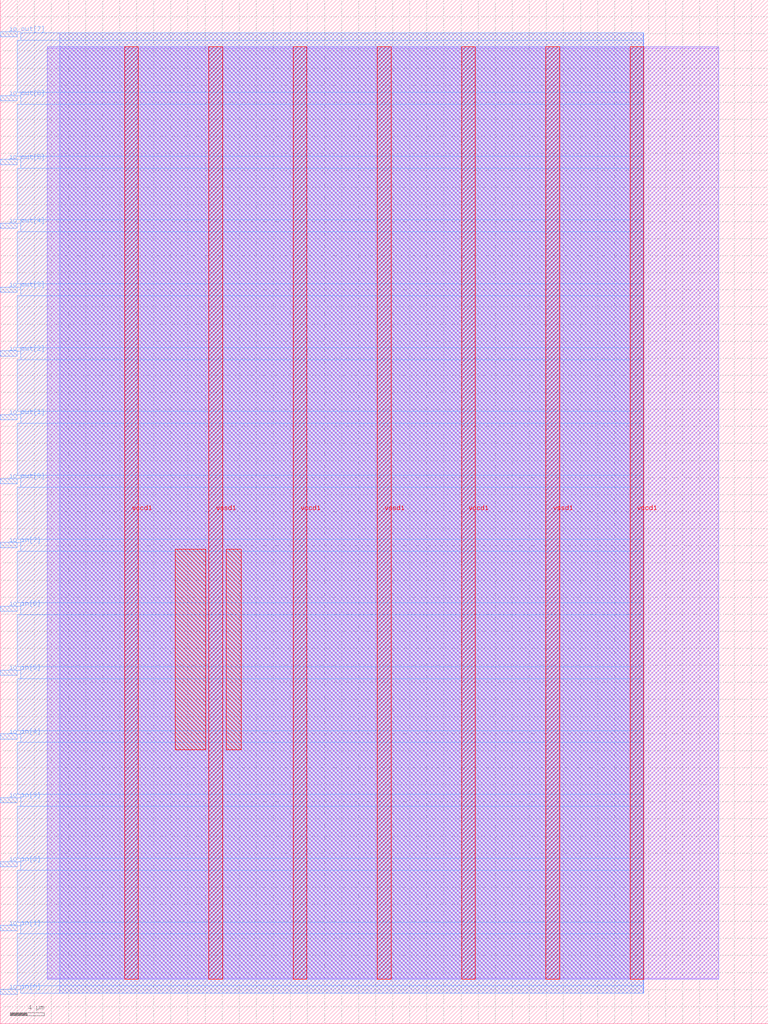
<source format=lef>
VERSION 5.7 ;
  NOWIREEXTENSIONATPIN ON ;
  DIVIDERCHAR "/" ;
  BUSBITCHARS "[]" ;
MACRO jar_illegal_logic
  CLASS BLOCK ;
  FOREIGN jar_illegal_logic ;
  ORIGIN 0.000 0.000 ;
  SIZE 90.000 BY 120.000 ;
  PIN io_in[0]
    DIRECTION INPUT ;
    USE SIGNAL ;
    PORT
      LAYER met3 ;
        RECT 0.000 3.440 2.000 4.040 ;
    END
  END io_in[0]
  PIN io_in[1]
    DIRECTION INPUT ;
    USE SIGNAL ;
    PORT
      LAYER met3 ;
        RECT 0.000 10.920 2.000 11.520 ;
    END
  END io_in[1]
  PIN io_in[2]
    DIRECTION INPUT ;
    USE SIGNAL ;
    PORT
      LAYER met3 ;
        RECT 0.000 18.400 2.000 19.000 ;
    END
  END io_in[2]
  PIN io_in[3]
    DIRECTION INPUT ;
    USE SIGNAL ;
    PORT
      LAYER met3 ;
        RECT 0.000 25.880 2.000 26.480 ;
    END
  END io_in[3]
  PIN io_in[4]
    DIRECTION INPUT ;
    USE SIGNAL ;
    PORT
      LAYER met3 ;
        RECT 0.000 33.360 2.000 33.960 ;
    END
  END io_in[4]
  PIN io_in[5]
    DIRECTION INPUT ;
    USE SIGNAL ;
    PORT
      LAYER met3 ;
        RECT 0.000 40.840 2.000 41.440 ;
    END
  END io_in[5]
  PIN io_in[6]
    DIRECTION INPUT ;
    USE SIGNAL ;
    PORT
      LAYER met3 ;
        RECT 0.000 48.320 2.000 48.920 ;
    END
  END io_in[6]
  PIN io_in[7]
    DIRECTION INPUT ;
    USE SIGNAL ;
    PORT
      LAYER met3 ;
        RECT 0.000 55.800 2.000 56.400 ;
    END
  END io_in[7]
  PIN io_out[0]
    DIRECTION OUTPUT TRISTATE ;
    USE SIGNAL ;
    PORT
      LAYER met3 ;
        RECT 0.000 63.280 2.000 63.880 ;
    END
  END io_out[0]
  PIN io_out[1]
    DIRECTION OUTPUT TRISTATE ;
    USE SIGNAL ;
    PORT
      LAYER met3 ;
        RECT 0.000 70.760 2.000 71.360 ;
    END
  END io_out[1]
  PIN io_out[2]
    DIRECTION OUTPUT TRISTATE ;
    USE SIGNAL ;
    PORT
      LAYER met3 ;
        RECT 0.000 78.240 2.000 78.840 ;
    END
  END io_out[2]
  PIN io_out[3]
    DIRECTION OUTPUT TRISTATE ;
    USE SIGNAL ;
    PORT
      LAYER met3 ;
        RECT 0.000 85.720 2.000 86.320 ;
    END
  END io_out[3]
  PIN io_out[4]
    DIRECTION OUTPUT TRISTATE ;
    USE SIGNAL ;
    PORT
      LAYER met3 ;
        RECT 0.000 93.200 2.000 93.800 ;
    END
  END io_out[4]
  PIN io_out[5]
    DIRECTION OUTPUT TRISTATE ;
    USE SIGNAL ;
    PORT
      LAYER met3 ;
        RECT 0.000 100.680 2.000 101.280 ;
    END
  END io_out[5]
  PIN io_out[6]
    DIRECTION OUTPUT TRISTATE ;
    USE SIGNAL ;
    PORT
      LAYER met3 ;
        RECT 0.000 108.160 2.000 108.760 ;
    END
  END io_out[6]
  PIN io_out[7]
    DIRECTION OUTPUT TRISTATE ;
    USE SIGNAL ;
    PORT
      LAYER met3 ;
        RECT 0.000 115.640 2.000 116.240 ;
    END
  END io_out[7]
  PIN vccd1
    DIRECTION INOUT ;
    USE POWER ;
    PORT
      LAYER met4 ;
        RECT 14.590 5.200 16.190 114.480 ;
    END
    PORT
      LAYER met4 ;
        RECT 34.330 5.200 35.930 114.480 ;
    END
    PORT
      LAYER met4 ;
        RECT 54.070 5.200 55.670 114.480 ;
    END
    PORT
      LAYER met4 ;
        RECT 73.810 5.200 75.410 114.480 ;
    END
  END vccd1
  PIN vssd1
    DIRECTION INOUT ;
    USE GROUND ;
    PORT
      LAYER met4 ;
        RECT 24.460 5.200 26.060 114.480 ;
    END
    PORT
      LAYER met4 ;
        RECT 44.200 5.200 45.800 114.480 ;
    END
    PORT
      LAYER met4 ;
        RECT 63.940 5.200 65.540 114.480 ;
    END
  END vssd1
  OBS
      LAYER li1 ;
        RECT 5.520 5.355 84.180 114.325 ;
      LAYER met1 ;
        RECT 5.520 5.200 84.180 114.480 ;
      LAYER met2 ;
        RECT 6.990 3.555 75.380 116.125 ;
      LAYER met3 ;
        RECT 2.400 115.240 75.400 116.105 ;
        RECT 2.000 109.160 75.400 115.240 ;
        RECT 2.400 107.760 75.400 109.160 ;
        RECT 2.000 101.680 75.400 107.760 ;
        RECT 2.400 100.280 75.400 101.680 ;
        RECT 2.000 94.200 75.400 100.280 ;
        RECT 2.400 92.800 75.400 94.200 ;
        RECT 2.000 86.720 75.400 92.800 ;
        RECT 2.400 85.320 75.400 86.720 ;
        RECT 2.000 79.240 75.400 85.320 ;
        RECT 2.400 77.840 75.400 79.240 ;
        RECT 2.000 71.760 75.400 77.840 ;
        RECT 2.400 70.360 75.400 71.760 ;
        RECT 2.000 64.280 75.400 70.360 ;
        RECT 2.400 62.880 75.400 64.280 ;
        RECT 2.000 56.800 75.400 62.880 ;
        RECT 2.400 55.400 75.400 56.800 ;
        RECT 2.000 49.320 75.400 55.400 ;
        RECT 2.400 47.920 75.400 49.320 ;
        RECT 2.000 41.840 75.400 47.920 ;
        RECT 2.400 40.440 75.400 41.840 ;
        RECT 2.000 34.360 75.400 40.440 ;
        RECT 2.400 32.960 75.400 34.360 ;
        RECT 2.000 26.880 75.400 32.960 ;
        RECT 2.400 25.480 75.400 26.880 ;
        RECT 2.000 19.400 75.400 25.480 ;
        RECT 2.400 18.000 75.400 19.400 ;
        RECT 2.000 11.920 75.400 18.000 ;
        RECT 2.400 10.520 75.400 11.920 ;
        RECT 2.000 4.440 75.400 10.520 ;
        RECT 2.400 3.575 75.400 4.440 ;
      LAYER met4 ;
        RECT 20.535 32.135 24.060 55.585 ;
        RECT 26.460 32.135 28.225 55.585 ;
  END
END jar_illegal_logic
END LIBRARY


</source>
